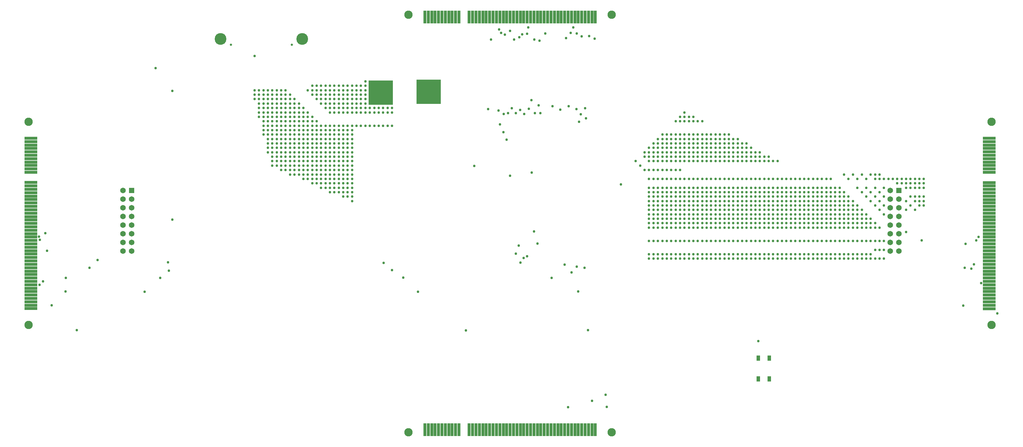
<source format=gts>
G04*
G04 #@! TF.GenerationSoftware,Altium Limited,Altium Designer,22.11.1 (43)*
G04*
G04 Layer_Color=8388736*
%FSLAX25Y25*%
%MOIN*%
G70*
G04*
G04 #@! TF.SameCoordinates,5E32505C-E00D-4BFB-BC25-6037A3F64914*
G04*
G04*
G04 #@! TF.FilePolarity,Negative*
G04*
G01*
G75*
%ADD14R,0.03937X0.05906*%
%ADD17R,0.14764X0.03347*%
%ADD18R,0.03347X0.14764*%
%ADD19R,0.28150X0.28150*%
%ADD20C,0.13583*%
%ADD21C,0.02559*%
%ADD22C,0.09646*%
%ADD23C,0.06496*%
%ADD24R,0.06496X0.06496*%
%ADD25C,0.02953*%
D14*
X924267Y154500D02*
D03*
X911669D02*
D03*
X924267Y130500D02*
D03*
X911669D02*
D03*
D17*
X1178347Y408452D02*
D03*
Y404515D02*
D03*
Y400578D02*
D03*
Y396641D02*
D03*
Y392704D02*
D03*
Y388767D02*
D03*
Y384830D02*
D03*
Y380893D02*
D03*
Y376956D02*
D03*
Y373019D02*
D03*
Y369082D02*
D03*
Y357271D02*
D03*
Y353334D02*
D03*
Y349397D02*
D03*
Y345460D02*
D03*
Y341523D02*
D03*
Y337586D02*
D03*
Y333649D02*
D03*
Y329712D02*
D03*
Y325775D02*
D03*
Y321838D02*
D03*
Y317901D02*
D03*
Y313964D02*
D03*
Y310027D02*
D03*
Y306090D02*
D03*
Y302153D02*
D03*
Y298216D02*
D03*
Y294279D02*
D03*
Y290342D02*
D03*
Y286405D02*
D03*
Y282468D02*
D03*
Y278531D02*
D03*
Y274594D02*
D03*
Y270657D02*
D03*
Y266720D02*
D03*
Y262783D02*
D03*
Y258846D02*
D03*
Y254909D02*
D03*
Y250972D02*
D03*
Y247035D02*
D03*
Y243098D02*
D03*
Y239161D02*
D03*
Y235224D02*
D03*
Y231287D02*
D03*
Y227350D02*
D03*
Y223413D02*
D03*
Y219476D02*
D03*
Y215539D02*
D03*
Y211602D02*
D03*
X71654Y408477D02*
D03*
Y404540D02*
D03*
Y400603D02*
D03*
Y396666D02*
D03*
Y392729D02*
D03*
Y388792D02*
D03*
Y384855D02*
D03*
Y380918D02*
D03*
Y376981D02*
D03*
Y373044D02*
D03*
Y369107D02*
D03*
Y357296D02*
D03*
Y353359D02*
D03*
Y349422D02*
D03*
Y345485D02*
D03*
Y341548D02*
D03*
Y337611D02*
D03*
Y333674D02*
D03*
Y329737D02*
D03*
Y325800D02*
D03*
Y321863D02*
D03*
Y317926D02*
D03*
Y313989D02*
D03*
Y310052D02*
D03*
Y306115D02*
D03*
Y302178D02*
D03*
Y298241D02*
D03*
Y294304D02*
D03*
Y290367D02*
D03*
Y286430D02*
D03*
Y282493D02*
D03*
Y278556D02*
D03*
Y274619D02*
D03*
Y270682D02*
D03*
Y266745D02*
D03*
Y262808D02*
D03*
Y258871D02*
D03*
Y254934D02*
D03*
Y250997D02*
D03*
Y247060D02*
D03*
Y243123D02*
D03*
Y239186D02*
D03*
Y235249D02*
D03*
Y231312D02*
D03*
Y227375D02*
D03*
Y223438D02*
D03*
Y219501D02*
D03*
Y215564D02*
D03*
Y211627D02*
D03*
D18*
X526575Y71654D02*
D03*
X530512D02*
D03*
X534449D02*
D03*
X538386D02*
D03*
X542323D02*
D03*
X546260D02*
D03*
X550197D02*
D03*
X554134D02*
D03*
X558071D02*
D03*
X562008D02*
D03*
X565945D02*
D03*
X577756D02*
D03*
X581693D02*
D03*
X585630D02*
D03*
X589567D02*
D03*
X593504D02*
D03*
X597441D02*
D03*
X601378D02*
D03*
X605315D02*
D03*
X609252D02*
D03*
X613189D02*
D03*
X617126D02*
D03*
X621063D02*
D03*
X625000D02*
D03*
X628937D02*
D03*
X632874D02*
D03*
X636811D02*
D03*
X640748D02*
D03*
X644685D02*
D03*
X648622D02*
D03*
X652559D02*
D03*
X656496D02*
D03*
X660433D02*
D03*
X664370D02*
D03*
X668307D02*
D03*
X672244D02*
D03*
X676181D02*
D03*
X680118D02*
D03*
X684055D02*
D03*
X687992D02*
D03*
X691929D02*
D03*
X695866D02*
D03*
X699803D02*
D03*
X703740D02*
D03*
X707677D02*
D03*
X711614D02*
D03*
X715551D02*
D03*
X719488D02*
D03*
X723425D02*
D03*
Y548413D02*
D03*
X719488D02*
D03*
X715551D02*
D03*
X711614D02*
D03*
X707677D02*
D03*
X703740D02*
D03*
X699803D02*
D03*
X695866D02*
D03*
X691929D02*
D03*
X687992D02*
D03*
X684055D02*
D03*
X680118D02*
D03*
X676181D02*
D03*
X672244D02*
D03*
X668307D02*
D03*
X664370D02*
D03*
X660433D02*
D03*
X656496D02*
D03*
X652559D02*
D03*
X648622D02*
D03*
X644685D02*
D03*
X640748D02*
D03*
X636811D02*
D03*
X632874D02*
D03*
X628937D02*
D03*
X625000D02*
D03*
X621063D02*
D03*
X617126D02*
D03*
X613189D02*
D03*
X609252D02*
D03*
X605315D02*
D03*
X601378D02*
D03*
X597441D02*
D03*
X593504D02*
D03*
X589567D02*
D03*
X585630D02*
D03*
X581693D02*
D03*
X577756D02*
D03*
X565945D02*
D03*
X562008D02*
D03*
X558071D02*
D03*
X554134D02*
D03*
X550197D02*
D03*
X546260D02*
D03*
X542323D02*
D03*
X538386D02*
D03*
X534449D02*
D03*
X530512D02*
D03*
X526575D02*
D03*
D19*
X531000Y462000D02*
D03*
X475500Y461000D02*
D03*
D20*
X290736Y523228D02*
D03*
X384830D02*
D03*
D21*
X302743Y516535D02*
D03*
X372822D02*
D03*
D22*
X1181102Y427350D02*
D03*
Y192704D02*
D03*
X507677Y68898D02*
D03*
X742323D02*
D03*
X742323Y551169D02*
D03*
X507677D02*
D03*
X68898Y427375D02*
D03*
Y192729D02*
D03*
D23*
X178071Y277992D02*
D03*
X188071D02*
D03*
X178071Y287992D02*
D03*
X188071D02*
D03*
X178071Y297992D02*
D03*
X188071D02*
D03*
X178071Y307992D02*
D03*
X188071D02*
D03*
X178071Y317992D02*
D03*
X188071D02*
D03*
X178071Y327992D02*
D03*
X188071D02*
D03*
X178071Y337992D02*
D03*
X188071D02*
D03*
X178071Y347992D02*
D03*
X1063898Y277992D02*
D03*
X1073898D02*
D03*
X1063898Y287992D02*
D03*
X1073898D02*
D03*
X1063898Y297992D02*
D03*
X1073898D02*
D03*
X1063898Y307992D02*
D03*
X1073898D02*
D03*
X1063898Y317992D02*
D03*
X1073898D02*
D03*
X1063898Y327992D02*
D03*
X1073898D02*
D03*
X1063898Y337992D02*
D03*
X1073898D02*
D03*
X1063898Y347992D02*
D03*
D24*
X188071D02*
D03*
X1073898D02*
D03*
D25*
X488596Y443372D02*
D03*
Y438254D02*
D03*
Y422900D02*
D03*
X483478Y443372D02*
D03*
Y438254D02*
D03*
Y422900D02*
D03*
X478360Y443372D02*
D03*
Y438254D02*
D03*
Y422900D02*
D03*
X473241Y443372D02*
D03*
Y438254D02*
D03*
Y422900D02*
D03*
X468123Y443372D02*
D03*
Y438254D02*
D03*
Y422900D02*
D03*
X463005Y443372D02*
D03*
Y438254D02*
D03*
Y422900D02*
D03*
X457887Y474081D02*
D03*
Y468963D02*
D03*
Y463845D02*
D03*
Y458727D02*
D03*
Y453609D02*
D03*
Y448490D02*
D03*
Y443372D02*
D03*
Y438254D02*
D03*
Y422900D02*
D03*
X452769Y468963D02*
D03*
Y463845D02*
D03*
Y458727D02*
D03*
Y453609D02*
D03*
Y448490D02*
D03*
Y443372D02*
D03*
Y438254D02*
D03*
Y422900D02*
D03*
X447651Y468963D02*
D03*
Y463845D02*
D03*
Y458727D02*
D03*
Y453609D02*
D03*
Y448490D02*
D03*
Y443372D02*
D03*
Y438254D02*
D03*
Y422900D02*
D03*
X442533Y468963D02*
D03*
Y463845D02*
D03*
Y458727D02*
D03*
Y453609D02*
D03*
Y448490D02*
D03*
Y443372D02*
D03*
Y438254D02*
D03*
Y422900D02*
D03*
Y417782D02*
D03*
Y412664D02*
D03*
Y407546D02*
D03*
Y402427D02*
D03*
Y397309D02*
D03*
Y392191D02*
D03*
Y387073D02*
D03*
Y381955D02*
D03*
Y376837D02*
D03*
Y371719D02*
D03*
Y366601D02*
D03*
Y361483D02*
D03*
Y356364D02*
D03*
Y351246D02*
D03*
Y346128D02*
D03*
Y341010D02*
D03*
Y335892D02*
D03*
X437415Y468963D02*
D03*
Y463845D02*
D03*
Y458727D02*
D03*
Y453609D02*
D03*
Y448490D02*
D03*
Y443372D02*
D03*
Y438254D02*
D03*
Y422900D02*
D03*
Y417782D02*
D03*
Y412664D02*
D03*
Y407546D02*
D03*
Y402427D02*
D03*
Y397309D02*
D03*
Y392191D02*
D03*
Y387073D02*
D03*
Y381955D02*
D03*
Y376837D02*
D03*
Y371719D02*
D03*
Y366601D02*
D03*
Y361483D02*
D03*
Y356364D02*
D03*
Y351246D02*
D03*
Y346128D02*
D03*
Y341010D02*
D03*
X432297Y468963D02*
D03*
Y463845D02*
D03*
Y458727D02*
D03*
Y453609D02*
D03*
Y448490D02*
D03*
Y443372D02*
D03*
Y438254D02*
D03*
Y422900D02*
D03*
Y417782D02*
D03*
Y412664D02*
D03*
Y407546D02*
D03*
Y402427D02*
D03*
Y397309D02*
D03*
Y392191D02*
D03*
Y387073D02*
D03*
Y381955D02*
D03*
Y376837D02*
D03*
Y371719D02*
D03*
Y366601D02*
D03*
Y361483D02*
D03*
Y356364D02*
D03*
Y351246D02*
D03*
Y346128D02*
D03*
Y341010D02*
D03*
X427178Y468963D02*
D03*
Y463845D02*
D03*
Y458727D02*
D03*
Y453609D02*
D03*
Y448490D02*
D03*
Y443372D02*
D03*
Y438254D02*
D03*
Y422900D02*
D03*
Y417782D02*
D03*
Y412664D02*
D03*
Y407546D02*
D03*
Y402427D02*
D03*
Y397309D02*
D03*
Y392191D02*
D03*
Y387073D02*
D03*
Y381955D02*
D03*
Y376837D02*
D03*
Y371719D02*
D03*
Y366601D02*
D03*
Y361483D02*
D03*
Y356364D02*
D03*
Y351246D02*
D03*
Y346128D02*
D03*
X422060Y468963D02*
D03*
Y463845D02*
D03*
Y458727D02*
D03*
Y453609D02*
D03*
Y448490D02*
D03*
Y443372D02*
D03*
Y438254D02*
D03*
Y422900D02*
D03*
Y417782D02*
D03*
Y412664D02*
D03*
Y407546D02*
D03*
Y402427D02*
D03*
Y397309D02*
D03*
Y392191D02*
D03*
Y387073D02*
D03*
Y381955D02*
D03*
Y376837D02*
D03*
Y371719D02*
D03*
Y366601D02*
D03*
Y361483D02*
D03*
Y356364D02*
D03*
Y351246D02*
D03*
Y346128D02*
D03*
X416942Y468963D02*
D03*
Y463845D02*
D03*
Y458727D02*
D03*
Y453609D02*
D03*
Y448490D02*
D03*
Y443372D02*
D03*
Y438254D02*
D03*
Y422900D02*
D03*
Y417782D02*
D03*
Y412664D02*
D03*
Y407546D02*
D03*
Y402427D02*
D03*
Y397309D02*
D03*
Y392191D02*
D03*
Y387073D02*
D03*
Y381955D02*
D03*
Y376837D02*
D03*
Y371719D02*
D03*
Y366601D02*
D03*
Y361483D02*
D03*
Y356364D02*
D03*
Y351246D02*
D03*
Y346128D02*
D03*
X411824Y468963D02*
D03*
Y463845D02*
D03*
Y458727D02*
D03*
Y453609D02*
D03*
Y448490D02*
D03*
Y443372D02*
D03*
Y422900D02*
D03*
Y417782D02*
D03*
Y412664D02*
D03*
Y407546D02*
D03*
Y402427D02*
D03*
Y397309D02*
D03*
Y392191D02*
D03*
Y387073D02*
D03*
Y381955D02*
D03*
Y376837D02*
D03*
Y371719D02*
D03*
Y366601D02*
D03*
Y361483D02*
D03*
Y356364D02*
D03*
Y351246D02*
D03*
X406706Y468963D02*
D03*
Y463845D02*
D03*
Y458727D02*
D03*
Y453609D02*
D03*
Y448490D02*
D03*
Y422900D02*
D03*
Y417782D02*
D03*
Y412664D02*
D03*
Y407546D02*
D03*
Y402427D02*
D03*
Y397309D02*
D03*
Y392191D02*
D03*
Y387073D02*
D03*
Y381955D02*
D03*
Y376837D02*
D03*
Y371719D02*
D03*
Y366601D02*
D03*
Y361483D02*
D03*
Y356364D02*
D03*
Y351246D02*
D03*
X401588Y468963D02*
D03*
Y463845D02*
D03*
Y458727D02*
D03*
Y453609D02*
D03*
Y428018D02*
D03*
Y422900D02*
D03*
Y417782D02*
D03*
Y412664D02*
D03*
Y407546D02*
D03*
Y402427D02*
D03*
Y397309D02*
D03*
Y392191D02*
D03*
Y387073D02*
D03*
Y381955D02*
D03*
Y376837D02*
D03*
Y371719D02*
D03*
Y366601D02*
D03*
Y361483D02*
D03*
Y356364D02*
D03*
X396470Y468963D02*
D03*
Y463845D02*
D03*
Y458727D02*
D03*
Y433136D02*
D03*
Y428018D02*
D03*
Y422900D02*
D03*
Y417782D02*
D03*
Y412664D02*
D03*
Y407546D02*
D03*
Y402427D02*
D03*
Y397309D02*
D03*
Y392191D02*
D03*
Y387073D02*
D03*
Y381955D02*
D03*
Y376837D02*
D03*
Y371719D02*
D03*
Y366601D02*
D03*
Y361483D02*
D03*
Y356364D02*
D03*
X391352Y463845D02*
D03*
Y438254D02*
D03*
Y433136D02*
D03*
Y428018D02*
D03*
Y422900D02*
D03*
Y417782D02*
D03*
Y412664D02*
D03*
Y407546D02*
D03*
Y402427D02*
D03*
Y397309D02*
D03*
Y392191D02*
D03*
Y387073D02*
D03*
Y381955D02*
D03*
Y376837D02*
D03*
Y371719D02*
D03*
Y366601D02*
D03*
Y361483D02*
D03*
X386233Y443372D02*
D03*
Y438254D02*
D03*
Y433136D02*
D03*
Y428018D02*
D03*
Y422900D02*
D03*
Y417782D02*
D03*
Y412664D02*
D03*
Y407546D02*
D03*
Y402427D02*
D03*
Y397309D02*
D03*
Y392191D02*
D03*
Y387073D02*
D03*
Y381955D02*
D03*
Y376837D02*
D03*
Y371719D02*
D03*
Y366601D02*
D03*
Y361483D02*
D03*
X381115Y448490D02*
D03*
Y443372D02*
D03*
Y438254D02*
D03*
Y433136D02*
D03*
Y428018D02*
D03*
Y422900D02*
D03*
Y417782D02*
D03*
Y412664D02*
D03*
Y407546D02*
D03*
Y402427D02*
D03*
Y397309D02*
D03*
Y392191D02*
D03*
Y387073D02*
D03*
Y381955D02*
D03*
Y376837D02*
D03*
Y371719D02*
D03*
Y366601D02*
D03*
X375997Y453609D02*
D03*
Y448490D02*
D03*
Y443372D02*
D03*
Y438254D02*
D03*
Y433136D02*
D03*
Y428018D02*
D03*
Y422900D02*
D03*
Y417782D02*
D03*
Y412664D02*
D03*
Y407546D02*
D03*
Y402427D02*
D03*
Y397309D02*
D03*
Y392191D02*
D03*
Y387073D02*
D03*
Y381955D02*
D03*
Y376837D02*
D03*
Y371719D02*
D03*
Y366601D02*
D03*
X370879Y458727D02*
D03*
Y453609D02*
D03*
Y448490D02*
D03*
Y443372D02*
D03*
Y438254D02*
D03*
Y433136D02*
D03*
Y428018D02*
D03*
Y422900D02*
D03*
Y417782D02*
D03*
Y412664D02*
D03*
Y407546D02*
D03*
Y402427D02*
D03*
Y397309D02*
D03*
Y392191D02*
D03*
Y387073D02*
D03*
Y381955D02*
D03*
Y376837D02*
D03*
Y371719D02*
D03*
Y366601D02*
D03*
X365761Y463845D02*
D03*
Y458727D02*
D03*
Y453609D02*
D03*
Y448490D02*
D03*
Y443372D02*
D03*
Y438254D02*
D03*
Y433136D02*
D03*
Y428018D02*
D03*
Y422900D02*
D03*
Y417782D02*
D03*
Y412664D02*
D03*
Y407546D02*
D03*
Y402427D02*
D03*
Y397309D02*
D03*
Y392191D02*
D03*
Y387073D02*
D03*
Y381955D02*
D03*
Y376837D02*
D03*
Y371719D02*
D03*
X360643Y463845D02*
D03*
Y458727D02*
D03*
Y453609D02*
D03*
Y448490D02*
D03*
Y443372D02*
D03*
Y438254D02*
D03*
Y433136D02*
D03*
Y428018D02*
D03*
Y422900D02*
D03*
Y417782D02*
D03*
Y412664D02*
D03*
Y407546D02*
D03*
Y402427D02*
D03*
Y397309D02*
D03*
Y392191D02*
D03*
Y387073D02*
D03*
Y381955D02*
D03*
Y376837D02*
D03*
Y371719D02*
D03*
X355525Y463845D02*
D03*
Y458727D02*
D03*
Y453609D02*
D03*
Y448490D02*
D03*
Y443372D02*
D03*
Y438254D02*
D03*
Y433136D02*
D03*
Y428018D02*
D03*
Y422900D02*
D03*
Y417782D02*
D03*
Y412664D02*
D03*
Y407546D02*
D03*
Y402427D02*
D03*
Y397309D02*
D03*
Y392191D02*
D03*
Y387073D02*
D03*
Y381955D02*
D03*
Y376837D02*
D03*
X350407Y463845D02*
D03*
Y458727D02*
D03*
Y453609D02*
D03*
Y448490D02*
D03*
Y443372D02*
D03*
Y438254D02*
D03*
Y433136D02*
D03*
Y428018D02*
D03*
Y422900D02*
D03*
Y417782D02*
D03*
Y412664D02*
D03*
Y407546D02*
D03*
Y402427D02*
D03*
Y397309D02*
D03*
Y392191D02*
D03*
Y387073D02*
D03*
Y381955D02*
D03*
Y376837D02*
D03*
X345289Y463845D02*
D03*
Y458727D02*
D03*
Y453609D02*
D03*
Y448490D02*
D03*
Y443372D02*
D03*
Y438254D02*
D03*
Y433136D02*
D03*
Y428018D02*
D03*
Y422900D02*
D03*
Y417782D02*
D03*
Y412664D02*
D03*
Y407546D02*
D03*
Y402427D02*
D03*
Y397309D02*
D03*
Y392191D02*
D03*
X340171Y463845D02*
D03*
Y458727D02*
D03*
Y453609D02*
D03*
Y448490D02*
D03*
Y443372D02*
D03*
Y438254D02*
D03*
Y433136D02*
D03*
Y428018D02*
D03*
Y422900D02*
D03*
Y417782D02*
D03*
Y412664D02*
D03*
X335052Y463845D02*
D03*
Y458727D02*
D03*
Y453609D02*
D03*
Y448490D02*
D03*
Y443372D02*
D03*
Y438254D02*
D03*
Y433136D02*
D03*
X329934Y463845D02*
D03*
Y458727D02*
D03*
Y453609D02*
D03*
X203000Y231000D02*
D03*
X518500D02*
D03*
X703620Y231529D02*
D03*
X111724Y231312D02*
D03*
X613189Y424408D02*
D03*
X617126Y415508D02*
D03*
X230000Y265000D02*
D03*
X479000Y264500D02*
D03*
X231000Y255500D02*
D03*
X488500Y256000D02*
D03*
X221000Y247000D02*
D03*
X501500Y247500D02*
D03*
X124520Y186608D02*
D03*
X574000Y186500D02*
D03*
X1102769Y361483D02*
D03*
Y356364D02*
D03*
Y351246D02*
D03*
Y341010D02*
D03*
Y335892D02*
D03*
Y330774D02*
D03*
X1097651Y361483D02*
D03*
Y356364D02*
D03*
Y351246D02*
D03*
Y341010D02*
D03*
Y335892D02*
D03*
Y330774D02*
D03*
X1092533Y361483D02*
D03*
Y356364D02*
D03*
Y351246D02*
D03*
Y341010D02*
D03*
Y335892D02*
D03*
Y325656D02*
D03*
X1087414Y361483D02*
D03*
Y356364D02*
D03*
Y351246D02*
D03*
Y341010D02*
D03*
Y330774D02*
D03*
X1082296Y361483D02*
D03*
Y356364D02*
D03*
Y351246D02*
D03*
Y335892D02*
D03*
Y325656D02*
D03*
Y300065D02*
D03*
X1077178Y361483D02*
D03*
Y356364D02*
D03*
X1072060Y361483D02*
D03*
Y356364D02*
D03*
X1066942Y361483D02*
D03*
X1061824D02*
D03*
X1056706D02*
D03*
Y351246D02*
D03*
Y341010D02*
D03*
Y330774D02*
D03*
Y320538D02*
D03*
Y289829D02*
D03*
Y279593D02*
D03*
Y269357D02*
D03*
X1051588Y366601D02*
D03*
Y361483D02*
D03*
Y346128D02*
D03*
Y335892D02*
D03*
Y325656D02*
D03*
Y305183D02*
D03*
Y289829D02*
D03*
Y279593D02*
D03*
Y269357D02*
D03*
X1046470Y366601D02*
D03*
Y361483D02*
D03*
Y351246D02*
D03*
Y341010D02*
D03*
Y330774D02*
D03*
Y310301D02*
D03*
Y305183D02*
D03*
Y289829D02*
D03*
Y279593D02*
D03*
Y269357D02*
D03*
X1041352Y366601D02*
D03*
Y346128D02*
D03*
Y335892D02*
D03*
Y315420D02*
D03*
Y310301D02*
D03*
Y305183D02*
D03*
Y289829D02*
D03*
Y274475D02*
D03*
Y269357D02*
D03*
X1036233Y361483D02*
D03*
Y351246D02*
D03*
Y341010D02*
D03*
Y320538D02*
D03*
Y315420D02*
D03*
Y310301D02*
D03*
Y305183D02*
D03*
Y289829D02*
D03*
Y274475D02*
D03*
Y269357D02*
D03*
X1031115Y366601D02*
D03*
Y346128D02*
D03*
Y325656D02*
D03*
Y320538D02*
D03*
Y315420D02*
D03*
Y310301D02*
D03*
Y305183D02*
D03*
Y289829D02*
D03*
Y274475D02*
D03*
Y269357D02*
D03*
X1025997Y361483D02*
D03*
Y351246D02*
D03*
Y330774D02*
D03*
Y325656D02*
D03*
Y320538D02*
D03*
Y315420D02*
D03*
Y310301D02*
D03*
Y305183D02*
D03*
Y289829D02*
D03*
Y274475D02*
D03*
Y269357D02*
D03*
X1020879Y366601D02*
D03*
Y335892D02*
D03*
Y330774D02*
D03*
Y325656D02*
D03*
Y320538D02*
D03*
Y315420D02*
D03*
Y310301D02*
D03*
Y305183D02*
D03*
Y289829D02*
D03*
Y274475D02*
D03*
Y269357D02*
D03*
X1015761Y361483D02*
D03*
Y341010D02*
D03*
Y335892D02*
D03*
Y330774D02*
D03*
Y325656D02*
D03*
Y320538D02*
D03*
Y315420D02*
D03*
Y310301D02*
D03*
Y305183D02*
D03*
Y289829D02*
D03*
Y274475D02*
D03*
Y269357D02*
D03*
X1010643Y366601D02*
D03*
Y346128D02*
D03*
Y341010D02*
D03*
Y335892D02*
D03*
Y330774D02*
D03*
Y325656D02*
D03*
Y320538D02*
D03*
Y315420D02*
D03*
Y310301D02*
D03*
Y305183D02*
D03*
Y289829D02*
D03*
Y274475D02*
D03*
Y269357D02*
D03*
X1005525Y351246D02*
D03*
Y346128D02*
D03*
Y341010D02*
D03*
Y335892D02*
D03*
Y330774D02*
D03*
Y325656D02*
D03*
Y320538D02*
D03*
Y315420D02*
D03*
Y310301D02*
D03*
Y305183D02*
D03*
Y289829D02*
D03*
Y274475D02*
D03*
Y269357D02*
D03*
X1000407Y351246D02*
D03*
Y346128D02*
D03*
Y341010D02*
D03*
Y335892D02*
D03*
Y330774D02*
D03*
Y325656D02*
D03*
Y320538D02*
D03*
Y315420D02*
D03*
Y310301D02*
D03*
Y305183D02*
D03*
Y289829D02*
D03*
Y274475D02*
D03*
Y269357D02*
D03*
X995289Y361483D02*
D03*
Y351246D02*
D03*
Y346128D02*
D03*
Y341010D02*
D03*
Y335892D02*
D03*
Y330774D02*
D03*
Y325656D02*
D03*
Y320538D02*
D03*
Y315420D02*
D03*
Y310301D02*
D03*
Y305183D02*
D03*
Y289829D02*
D03*
Y274475D02*
D03*
Y269357D02*
D03*
X990170Y361483D02*
D03*
Y351246D02*
D03*
Y346128D02*
D03*
Y341010D02*
D03*
Y335892D02*
D03*
Y330774D02*
D03*
Y325656D02*
D03*
Y320538D02*
D03*
Y315420D02*
D03*
Y310301D02*
D03*
Y305183D02*
D03*
Y289829D02*
D03*
Y274475D02*
D03*
Y269357D02*
D03*
X985052Y361483D02*
D03*
Y351246D02*
D03*
Y346128D02*
D03*
Y341010D02*
D03*
Y335892D02*
D03*
Y330774D02*
D03*
Y325656D02*
D03*
Y320538D02*
D03*
Y315420D02*
D03*
Y310301D02*
D03*
Y305183D02*
D03*
Y289829D02*
D03*
Y274475D02*
D03*
Y269357D02*
D03*
X979934Y361483D02*
D03*
Y351246D02*
D03*
Y346128D02*
D03*
Y341010D02*
D03*
Y335892D02*
D03*
Y330774D02*
D03*
Y325656D02*
D03*
Y320538D02*
D03*
Y315420D02*
D03*
Y310301D02*
D03*
Y305183D02*
D03*
Y289829D02*
D03*
Y274475D02*
D03*
Y269357D02*
D03*
X974816Y361483D02*
D03*
Y351246D02*
D03*
Y346128D02*
D03*
Y341010D02*
D03*
Y335892D02*
D03*
Y330774D02*
D03*
Y325656D02*
D03*
Y320538D02*
D03*
Y315420D02*
D03*
Y310301D02*
D03*
Y305183D02*
D03*
Y289829D02*
D03*
Y274475D02*
D03*
Y269357D02*
D03*
X969698Y361483D02*
D03*
Y351246D02*
D03*
Y346128D02*
D03*
Y341010D02*
D03*
Y335892D02*
D03*
Y330774D02*
D03*
Y325656D02*
D03*
Y320538D02*
D03*
Y315420D02*
D03*
Y310301D02*
D03*
Y305183D02*
D03*
Y289829D02*
D03*
Y274475D02*
D03*
Y269357D02*
D03*
X964580Y361483D02*
D03*
Y351246D02*
D03*
Y346128D02*
D03*
Y341010D02*
D03*
Y335892D02*
D03*
Y330774D02*
D03*
Y325656D02*
D03*
Y320538D02*
D03*
Y315420D02*
D03*
Y310301D02*
D03*
Y305183D02*
D03*
Y289829D02*
D03*
Y274475D02*
D03*
Y269357D02*
D03*
X959462Y361483D02*
D03*
Y351246D02*
D03*
Y346128D02*
D03*
Y341010D02*
D03*
Y335892D02*
D03*
Y330774D02*
D03*
Y325656D02*
D03*
Y320538D02*
D03*
Y315420D02*
D03*
Y310301D02*
D03*
Y305183D02*
D03*
Y289829D02*
D03*
Y274475D02*
D03*
Y269357D02*
D03*
X954344Y361483D02*
D03*
Y351246D02*
D03*
Y346128D02*
D03*
Y341010D02*
D03*
Y335892D02*
D03*
Y330774D02*
D03*
Y325656D02*
D03*
Y320538D02*
D03*
Y315420D02*
D03*
Y310301D02*
D03*
Y305183D02*
D03*
Y289829D02*
D03*
Y274475D02*
D03*
Y269357D02*
D03*
X949226Y361483D02*
D03*
Y351246D02*
D03*
Y346128D02*
D03*
Y341010D02*
D03*
Y335892D02*
D03*
Y330774D02*
D03*
Y325656D02*
D03*
Y320538D02*
D03*
Y315420D02*
D03*
Y310301D02*
D03*
Y305183D02*
D03*
Y289829D02*
D03*
Y274475D02*
D03*
Y269357D02*
D03*
X944108Y361483D02*
D03*
Y351246D02*
D03*
Y346128D02*
D03*
Y341010D02*
D03*
Y335892D02*
D03*
Y330774D02*
D03*
Y325656D02*
D03*
Y320538D02*
D03*
Y315420D02*
D03*
Y310301D02*
D03*
Y305183D02*
D03*
Y289829D02*
D03*
Y274475D02*
D03*
Y269357D02*
D03*
X938989Y361483D02*
D03*
Y351246D02*
D03*
Y346128D02*
D03*
Y341010D02*
D03*
Y335892D02*
D03*
Y330774D02*
D03*
Y325656D02*
D03*
Y320538D02*
D03*
Y315420D02*
D03*
Y310301D02*
D03*
Y305183D02*
D03*
Y289829D02*
D03*
Y274475D02*
D03*
Y269357D02*
D03*
X933871Y381955D02*
D03*
Y361483D02*
D03*
Y351246D02*
D03*
Y346128D02*
D03*
Y341010D02*
D03*
Y335892D02*
D03*
Y330774D02*
D03*
Y325656D02*
D03*
Y320538D02*
D03*
Y315420D02*
D03*
Y310301D02*
D03*
Y305183D02*
D03*
Y289829D02*
D03*
Y274475D02*
D03*
Y269357D02*
D03*
X928753Y381955D02*
D03*
Y361483D02*
D03*
Y351246D02*
D03*
Y346128D02*
D03*
Y341010D02*
D03*
Y335892D02*
D03*
Y330774D02*
D03*
Y325656D02*
D03*
Y320538D02*
D03*
Y315420D02*
D03*
Y310301D02*
D03*
Y305183D02*
D03*
Y289829D02*
D03*
Y274475D02*
D03*
Y269357D02*
D03*
X923635Y387073D02*
D03*
Y381955D02*
D03*
Y361483D02*
D03*
Y351246D02*
D03*
Y346128D02*
D03*
Y341010D02*
D03*
Y335892D02*
D03*
Y330774D02*
D03*
Y325656D02*
D03*
Y320538D02*
D03*
Y315420D02*
D03*
Y310301D02*
D03*
Y305183D02*
D03*
Y289829D02*
D03*
Y274475D02*
D03*
Y269357D02*
D03*
X918517Y387073D02*
D03*
Y381955D02*
D03*
Y361483D02*
D03*
Y351246D02*
D03*
Y346128D02*
D03*
Y341010D02*
D03*
Y335892D02*
D03*
Y330774D02*
D03*
Y325656D02*
D03*
Y320538D02*
D03*
Y315420D02*
D03*
Y310301D02*
D03*
Y305183D02*
D03*
Y289829D02*
D03*
Y274475D02*
D03*
Y269357D02*
D03*
X913399Y392191D02*
D03*
Y387073D02*
D03*
Y381955D02*
D03*
Y361483D02*
D03*
Y351246D02*
D03*
Y346128D02*
D03*
Y341010D02*
D03*
Y335892D02*
D03*
Y330774D02*
D03*
Y325656D02*
D03*
Y320538D02*
D03*
Y315420D02*
D03*
Y310301D02*
D03*
Y305183D02*
D03*
Y289829D02*
D03*
Y274475D02*
D03*
Y269357D02*
D03*
X908281Y392191D02*
D03*
Y387073D02*
D03*
Y381955D02*
D03*
Y361483D02*
D03*
Y351246D02*
D03*
Y346128D02*
D03*
Y341010D02*
D03*
Y335892D02*
D03*
Y330774D02*
D03*
Y325656D02*
D03*
Y320538D02*
D03*
Y315420D02*
D03*
Y310301D02*
D03*
Y305183D02*
D03*
Y289829D02*
D03*
Y274475D02*
D03*
Y269357D02*
D03*
X903163Y397309D02*
D03*
Y392191D02*
D03*
Y387073D02*
D03*
Y381955D02*
D03*
Y361483D02*
D03*
Y351246D02*
D03*
Y346128D02*
D03*
Y341010D02*
D03*
Y335892D02*
D03*
Y330774D02*
D03*
Y325656D02*
D03*
Y320538D02*
D03*
Y315420D02*
D03*
Y310301D02*
D03*
Y305183D02*
D03*
Y289829D02*
D03*
Y274475D02*
D03*
Y269357D02*
D03*
X898044Y402427D02*
D03*
Y397309D02*
D03*
Y392191D02*
D03*
Y387073D02*
D03*
Y381955D02*
D03*
Y361483D02*
D03*
Y351246D02*
D03*
Y346128D02*
D03*
Y341010D02*
D03*
Y335892D02*
D03*
Y330774D02*
D03*
Y325656D02*
D03*
Y320538D02*
D03*
Y315420D02*
D03*
Y310301D02*
D03*
Y305183D02*
D03*
Y289829D02*
D03*
Y274475D02*
D03*
Y269357D02*
D03*
X892926Y402427D02*
D03*
Y397309D02*
D03*
Y392191D02*
D03*
Y387073D02*
D03*
Y381955D02*
D03*
Y361483D02*
D03*
Y351246D02*
D03*
Y346128D02*
D03*
Y341010D02*
D03*
Y335892D02*
D03*
Y330774D02*
D03*
Y325656D02*
D03*
Y320538D02*
D03*
Y315420D02*
D03*
Y310301D02*
D03*
Y305183D02*
D03*
Y289829D02*
D03*
Y274475D02*
D03*
Y269357D02*
D03*
X887808Y407546D02*
D03*
Y402427D02*
D03*
Y397309D02*
D03*
Y392191D02*
D03*
Y387073D02*
D03*
Y381955D02*
D03*
Y361483D02*
D03*
Y351246D02*
D03*
Y346128D02*
D03*
Y341010D02*
D03*
Y335892D02*
D03*
Y330774D02*
D03*
Y325656D02*
D03*
Y320538D02*
D03*
Y315420D02*
D03*
Y310301D02*
D03*
Y305183D02*
D03*
Y289829D02*
D03*
Y274475D02*
D03*
Y269357D02*
D03*
X882690Y407546D02*
D03*
Y402427D02*
D03*
Y397309D02*
D03*
Y392191D02*
D03*
Y387073D02*
D03*
Y381955D02*
D03*
Y361483D02*
D03*
Y351246D02*
D03*
Y346128D02*
D03*
Y341010D02*
D03*
Y335892D02*
D03*
Y330774D02*
D03*
Y325656D02*
D03*
Y320538D02*
D03*
Y315420D02*
D03*
Y310301D02*
D03*
Y305183D02*
D03*
Y289829D02*
D03*
Y274475D02*
D03*
Y269357D02*
D03*
X877572Y412664D02*
D03*
Y407546D02*
D03*
Y402427D02*
D03*
Y397309D02*
D03*
Y392191D02*
D03*
Y387073D02*
D03*
Y381955D02*
D03*
Y361483D02*
D03*
Y351246D02*
D03*
Y346128D02*
D03*
Y341010D02*
D03*
Y335892D02*
D03*
Y330774D02*
D03*
Y325656D02*
D03*
Y320538D02*
D03*
Y315420D02*
D03*
Y310301D02*
D03*
Y305183D02*
D03*
Y289829D02*
D03*
Y274475D02*
D03*
Y269357D02*
D03*
X872454Y412664D02*
D03*
Y407546D02*
D03*
Y402427D02*
D03*
Y397309D02*
D03*
Y392191D02*
D03*
Y387073D02*
D03*
Y381955D02*
D03*
Y361483D02*
D03*
Y351246D02*
D03*
Y346128D02*
D03*
Y341010D02*
D03*
Y335892D02*
D03*
Y330774D02*
D03*
Y325656D02*
D03*
Y320538D02*
D03*
Y315420D02*
D03*
Y310301D02*
D03*
Y305183D02*
D03*
Y289829D02*
D03*
Y274475D02*
D03*
Y269357D02*
D03*
X867336Y412664D02*
D03*
Y407546D02*
D03*
Y402427D02*
D03*
Y397309D02*
D03*
Y392191D02*
D03*
Y387073D02*
D03*
Y381955D02*
D03*
Y361483D02*
D03*
Y351246D02*
D03*
Y346128D02*
D03*
Y341010D02*
D03*
Y335892D02*
D03*
Y330774D02*
D03*
Y325656D02*
D03*
Y320538D02*
D03*
Y315420D02*
D03*
Y310301D02*
D03*
Y305183D02*
D03*
Y289829D02*
D03*
Y274475D02*
D03*
Y269357D02*
D03*
X862218Y412664D02*
D03*
Y407546D02*
D03*
Y402427D02*
D03*
Y397309D02*
D03*
Y392191D02*
D03*
Y387073D02*
D03*
Y381955D02*
D03*
Y361483D02*
D03*
Y351246D02*
D03*
Y346128D02*
D03*
Y341010D02*
D03*
Y335892D02*
D03*
Y330774D02*
D03*
Y325656D02*
D03*
Y320538D02*
D03*
Y315420D02*
D03*
Y310301D02*
D03*
Y305183D02*
D03*
Y289829D02*
D03*
Y274475D02*
D03*
Y269357D02*
D03*
X857100Y412664D02*
D03*
Y407546D02*
D03*
Y402427D02*
D03*
Y397309D02*
D03*
Y392191D02*
D03*
Y387073D02*
D03*
Y381955D02*
D03*
Y361483D02*
D03*
Y351246D02*
D03*
Y346128D02*
D03*
Y341010D02*
D03*
Y335892D02*
D03*
Y330774D02*
D03*
Y325656D02*
D03*
Y320538D02*
D03*
Y315420D02*
D03*
Y310301D02*
D03*
Y305183D02*
D03*
Y289829D02*
D03*
Y274475D02*
D03*
Y269357D02*
D03*
X851982Y412664D02*
D03*
Y407546D02*
D03*
Y402427D02*
D03*
Y397309D02*
D03*
Y392191D02*
D03*
Y387073D02*
D03*
Y381955D02*
D03*
Y361483D02*
D03*
Y351246D02*
D03*
Y346128D02*
D03*
Y341010D02*
D03*
Y335892D02*
D03*
Y330774D02*
D03*
Y325656D02*
D03*
Y320538D02*
D03*
Y315420D02*
D03*
Y310301D02*
D03*
Y305183D02*
D03*
Y289829D02*
D03*
Y274475D02*
D03*
Y269357D02*
D03*
X846863Y428018D02*
D03*
Y412664D02*
D03*
Y407546D02*
D03*
Y402427D02*
D03*
Y397309D02*
D03*
Y392191D02*
D03*
Y387073D02*
D03*
Y381955D02*
D03*
Y361483D02*
D03*
Y351246D02*
D03*
Y346128D02*
D03*
Y341010D02*
D03*
Y335892D02*
D03*
Y330774D02*
D03*
Y325656D02*
D03*
Y320538D02*
D03*
Y315420D02*
D03*
Y310301D02*
D03*
Y305183D02*
D03*
Y289829D02*
D03*
Y274475D02*
D03*
Y269357D02*
D03*
X841745Y428018D02*
D03*
Y412664D02*
D03*
Y407546D02*
D03*
Y402427D02*
D03*
Y397309D02*
D03*
Y392191D02*
D03*
Y387073D02*
D03*
Y381955D02*
D03*
Y361483D02*
D03*
Y351246D02*
D03*
Y346128D02*
D03*
Y341010D02*
D03*
Y335892D02*
D03*
Y330774D02*
D03*
Y325656D02*
D03*
Y320538D02*
D03*
Y315420D02*
D03*
Y310301D02*
D03*
Y305183D02*
D03*
Y289829D02*
D03*
Y274475D02*
D03*
Y269357D02*
D03*
X836627Y433136D02*
D03*
Y428018D02*
D03*
Y412664D02*
D03*
Y407546D02*
D03*
Y402427D02*
D03*
Y397309D02*
D03*
Y392191D02*
D03*
Y387073D02*
D03*
Y381955D02*
D03*
Y361483D02*
D03*
Y351246D02*
D03*
Y346128D02*
D03*
Y341010D02*
D03*
Y335892D02*
D03*
Y330774D02*
D03*
Y325656D02*
D03*
Y320538D02*
D03*
Y315420D02*
D03*
Y310301D02*
D03*
Y305183D02*
D03*
Y289829D02*
D03*
Y274475D02*
D03*
Y269357D02*
D03*
X831509Y433136D02*
D03*
Y428018D02*
D03*
Y412664D02*
D03*
Y407546D02*
D03*
Y402427D02*
D03*
Y397309D02*
D03*
Y392191D02*
D03*
Y387073D02*
D03*
Y381955D02*
D03*
Y361483D02*
D03*
Y351246D02*
D03*
Y346128D02*
D03*
Y341010D02*
D03*
Y335892D02*
D03*
Y330774D02*
D03*
Y325656D02*
D03*
Y320538D02*
D03*
Y315420D02*
D03*
Y310301D02*
D03*
Y305183D02*
D03*
Y289829D02*
D03*
Y274475D02*
D03*
Y269357D02*
D03*
X826391Y438254D02*
D03*
Y433136D02*
D03*
Y428018D02*
D03*
Y412664D02*
D03*
Y407546D02*
D03*
Y402427D02*
D03*
Y397309D02*
D03*
Y392191D02*
D03*
Y387073D02*
D03*
Y381955D02*
D03*
Y361483D02*
D03*
Y351246D02*
D03*
Y346128D02*
D03*
Y341010D02*
D03*
Y335892D02*
D03*
Y330774D02*
D03*
Y325656D02*
D03*
Y320538D02*
D03*
Y315420D02*
D03*
Y310301D02*
D03*
Y305183D02*
D03*
Y289829D02*
D03*
Y274475D02*
D03*
Y269357D02*
D03*
X821273Y433136D02*
D03*
Y428018D02*
D03*
Y412664D02*
D03*
Y407546D02*
D03*
Y402427D02*
D03*
Y397309D02*
D03*
Y392191D02*
D03*
Y387073D02*
D03*
Y381955D02*
D03*
Y371719D02*
D03*
Y361483D02*
D03*
Y351246D02*
D03*
Y346128D02*
D03*
Y341010D02*
D03*
Y335892D02*
D03*
Y330774D02*
D03*
Y325656D02*
D03*
Y320538D02*
D03*
Y315420D02*
D03*
Y310301D02*
D03*
Y305183D02*
D03*
Y289829D02*
D03*
Y274475D02*
D03*
Y269357D02*
D03*
X816155Y428018D02*
D03*
Y412664D02*
D03*
Y407546D02*
D03*
Y402427D02*
D03*
Y397309D02*
D03*
Y392191D02*
D03*
Y387073D02*
D03*
Y381955D02*
D03*
Y371719D02*
D03*
Y361483D02*
D03*
Y351246D02*
D03*
Y346128D02*
D03*
Y341010D02*
D03*
Y335892D02*
D03*
Y330774D02*
D03*
Y325656D02*
D03*
Y320538D02*
D03*
Y315420D02*
D03*
Y310301D02*
D03*
Y305183D02*
D03*
Y289829D02*
D03*
Y274475D02*
D03*
Y269357D02*
D03*
X811037Y412664D02*
D03*
Y407546D02*
D03*
Y402427D02*
D03*
Y397309D02*
D03*
Y392191D02*
D03*
Y387073D02*
D03*
Y381955D02*
D03*
Y371719D02*
D03*
Y361483D02*
D03*
Y351246D02*
D03*
Y346128D02*
D03*
Y341010D02*
D03*
Y335892D02*
D03*
Y330774D02*
D03*
Y325656D02*
D03*
Y320538D02*
D03*
Y315420D02*
D03*
Y310301D02*
D03*
Y305183D02*
D03*
Y289829D02*
D03*
Y274475D02*
D03*
Y269357D02*
D03*
X805919Y412664D02*
D03*
Y407546D02*
D03*
Y402427D02*
D03*
Y397309D02*
D03*
Y392191D02*
D03*
Y387073D02*
D03*
Y381955D02*
D03*
Y371719D02*
D03*
Y361483D02*
D03*
Y351246D02*
D03*
Y346128D02*
D03*
Y341010D02*
D03*
Y335892D02*
D03*
Y330774D02*
D03*
Y325656D02*
D03*
Y320538D02*
D03*
Y315420D02*
D03*
Y310301D02*
D03*
Y305183D02*
D03*
Y289829D02*
D03*
Y274475D02*
D03*
Y269357D02*
D03*
X800800Y412664D02*
D03*
Y407546D02*
D03*
Y402427D02*
D03*
Y397309D02*
D03*
Y392191D02*
D03*
Y387073D02*
D03*
Y381955D02*
D03*
Y371719D02*
D03*
Y361483D02*
D03*
Y351246D02*
D03*
Y346128D02*
D03*
Y341010D02*
D03*
Y335892D02*
D03*
Y330774D02*
D03*
Y325656D02*
D03*
Y320538D02*
D03*
Y315420D02*
D03*
Y310301D02*
D03*
Y305183D02*
D03*
Y289829D02*
D03*
Y274475D02*
D03*
Y269357D02*
D03*
X795682Y407546D02*
D03*
Y402427D02*
D03*
Y397309D02*
D03*
Y392191D02*
D03*
Y387073D02*
D03*
Y381955D02*
D03*
Y371719D02*
D03*
Y361483D02*
D03*
Y351246D02*
D03*
Y346128D02*
D03*
Y341010D02*
D03*
Y335892D02*
D03*
Y330774D02*
D03*
Y325656D02*
D03*
Y320538D02*
D03*
Y315420D02*
D03*
Y310301D02*
D03*
Y305183D02*
D03*
Y289829D02*
D03*
Y274475D02*
D03*
Y269357D02*
D03*
X790564Y402427D02*
D03*
Y397309D02*
D03*
Y392191D02*
D03*
Y387073D02*
D03*
Y381955D02*
D03*
Y371719D02*
D03*
Y361483D02*
D03*
Y351246D02*
D03*
Y346128D02*
D03*
Y341010D02*
D03*
Y335892D02*
D03*
Y330774D02*
D03*
Y325656D02*
D03*
Y320538D02*
D03*
Y315420D02*
D03*
Y310301D02*
D03*
Y305183D02*
D03*
Y289829D02*
D03*
Y274475D02*
D03*
Y269357D02*
D03*
X785446Y397309D02*
D03*
Y392191D02*
D03*
Y387073D02*
D03*
Y381955D02*
D03*
Y371719D02*
D03*
Y361483D02*
D03*
Y351246D02*
D03*
Y346128D02*
D03*
Y341010D02*
D03*
Y335892D02*
D03*
Y330774D02*
D03*
Y325656D02*
D03*
Y320538D02*
D03*
Y315420D02*
D03*
Y310301D02*
D03*
Y305183D02*
D03*
Y289829D02*
D03*
Y274475D02*
D03*
Y269357D02*
D03*
X780328Y392191D02*
D03*
Y387073D02*
D03*
Y371719D02*
D03*
X775210Y376837D02*
D03*
X770092Y381955D02*
D03*
X691929Y97898D02*
D03*
X736500Y98000D02*
D03*
X735172Y112172D02*
D03*
X719488Y104950D02*
D03*
X644500Y272000D02*
D03*
X80832Y294708D02*
D03*
X660000Y437500D02*
D03*
X658000Y446500D02*
D03*
X659000Y521000D02*
D03*
X665500Y529500D02*
D03*
X704641Y427362D02*
D03*
X583500Y376500D02*
D03*
X625000Y365108D02*
D03*
X649895Y368835D02*
D03*
X753000Y355000D02*
D03*
X599466Y441951D02*
D03*
X603000Y522500D02*
D03*
X611500Y440500D02*
D03*
X612285Y534240D02*
D03*
X614766Y530000D02*
D03*
X722500Y523500D02*
D03*
X711500Y443000D02*
D03*
X712500Y431500D02*
D03*
X716266Y526446D02*
D03*
X706500Y436000D02*
D03*
X707500Y526000D02*
D03*
X701500Y442000D02*
D03*
X692500Y445500D02*
D03*
X683000Y441500D02*
D03*
X674000Y445500D02*
D03*
X687992Y262481D02*
D03*
X702000Y260000D02*
D03*
X636811Y264717D02*
D03*
X702000Y529500D02*
D03*
X698000Y536500D02*
D03*
X695000Y530000D02*
D03*
X689500Y524000D02*
D03*
X635000Y284500D02*
D03*
X653500Y437500D02*
D03*
X653000Y522500D02*
D03*
X646000Y536500D02*
D03*
X649500Y452500D02*
D03*
X646500Y442500D02*
D03*
X644500Y529000D02*
D03*
X640748Y270108D02*
D03*
X641235Y436365D02*
D03*
X639000Y528500D02*
D03*
X636500Y441000D02*
D03*
X635500Y525000D02*
D03*
X631500Y437500D02*
D03*
X629500Y522500D02*
D03*
X627000Y443000D02*
D03*
X624803Y532468D02*
D03*
X619000Y528000D02*
D03*
X617500Y436500D02*
D03*
X622500Y437500D02*
D03*
X235000Y314500D02*
D03*
Y463000D02*
D03*
X329860Y503500D02*
D03*
X1149920Y258608D02*
D03*
X1160592Y262889D02*
D03*
X112020Y247060D02*
D03*
X673000D02*
D03*
X1157720Y257808D02*
D03*
X1169020Y241208D02*
D03*
X695866Y253308D02*
D03*
X1100254Y290342D02*
D03*
X1163320D02*
D03*
X1187620Y206008D02*
D03*
X85720Y243123D02*
D03*
X656496Y286668D02*
D03*
X148720Y267908D02*
D03*
X711077Y258608D02*
D03*
X139320Y258908D02*
D03*
X215720Y489408D02*
D03*
X88320Y298708D02*
D03*
X81820Y291108D02*
D03*
X90268Y278556D02*
D03*
X1151020Y286405D02*
D03*
X631520Y275108D02*
D03*
X652559Y300808D02*
D03*
X81620Y239186D02*
D03*
X621063Y406608D02*
D03*
X714820Y186608D02*
D03*
X95620Y215508D02*
D03*
X911669Y174208D02*
D03*
X1148220Y215208D02*
D03*
X1165820Y294279D02*
D03*
M02*

</source>
